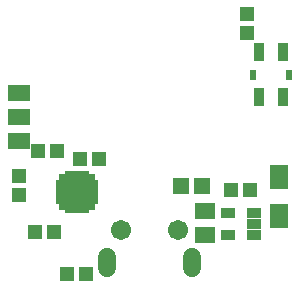
<source format=gbs>
G04 ---------------------------- Layer name :BOTTOM SOLDER LAYER*
G04 EasyEDA v5.6.15, Thu, 26 Jul 2018 23:13:41 GMT*
G04 a350aba4d1a84c778ca10979b53d7052*
G04 Gerber Generator version 0.2*
G04 Scale: 100 percent, Rotated: No, Reflected: No *
G04 Dimensions in inches *
G04 leading zeros omitted , absolute positions ,2 integer and 4 decimal *
%FSLAX24Y24*%
%MOIN*%
G90*
G70D02*

%ADD32R,0.075500X0.075500*%
%ADD33R,0.032500X0.019500*%
%ADD34R,0.021500X0.021500*%
%ADD35R,0.019500X0.032500*%
%ADD36R,0.055244X0.055244*%
%ADD37R,0.049732X0.033591*%
%ADD38R,0.061500X0.079500*%
%ADD39R,0.065870X0.053670*%
%ADD40R,0.035560X0.059181*%
%ADD41R,0.019810X0.035560*%
%ADD42R,0.078000X0.058000*%
%ADD57C,0.059181*%
%ADD58C,0.067055*%
%ADD59R,0.047370X0.051307*%
%ADD60R,0.051307X0.047370*%

%LPD*%
G54D57*
G01X6225Y1024D02*
G01X6225Y669D01*
G01X3375Y1024D02*
G01X3375Y669D01*
G54D58*
G01X3851Y1909D03*
G01X5757Y1909D03*
G54D32*
G01X2399Y3192D03*
G54D33*
G01X2929Y2902D03*
G01X2929Y3092D03*
G01X2929Y3292D03*
G01X2929Y3492D03*
G54D34*
G01X2899Y3692D03*
G54D35*
G01X2689Y3722D03*
G01X2499Y3722D03*
G01X2299Y3722D03*
G01X2099Y3722D03*
G54D34*
G01X1899Y3692D03*
G54D33*
G01X1869Y3492D03*
G01X1869Y3292D03*
G01X1869Y3092D03*
G01X1869Y2902D03*
G54D34*
G01X1899Y2692D03*
G54D35*
G01X2099Y2662D03*
G01X2299Y2662D03*
G01X2499Y2662D03*
G01X2689Y2662D03*
G54D34*
G01X2899Y2692D03*
G54D59*
G01X8144Y3242D03*
G01X7513Y3242D03*
G54D36*
G01X6550Y3392D03*
G01X5842Y3392D03*
G54D37*
G01X8300Y2492D03*
G01X8300Y2119D03*
G01X8300Y1744D03*
G01X7434Y1744D03*
G01X7434Y2492D03*
G54D38*
G01X9110Y3692D03*
G01X9110Y2402D03*
G54D39*
G01X6650Y2542D03*
G01X6650Y1742D03*
G54D60*
G01X449Y3098D03*
G01X449Y3728D03*
G54D40*
G01X8456Y7840D03*
G01X9244Y7840D03*
G01X8456Y6344D03*
G01X9244Y6344D03*
G54D41*
G01X8250Y7092D03*
G01X9450Y7092D03*
G54D60*
G01X8050Y9136D03*
G01X8050Y8506D03*
G54D59*
G01X1005Y1843D03*
G01X1636Y1843D03*
G01X2055Y443D03*
G01X2686Y443D03*
G01X3134Y4282D03*
G01X2503Y4282D03*
G01X1105Y4543D03*
G01X1736Y4543D03*
G54D42*
G01X450Y5692D03*
G01X450Y6492D03*
G01X450Y4892D03*
M00*
M02*

</source>
